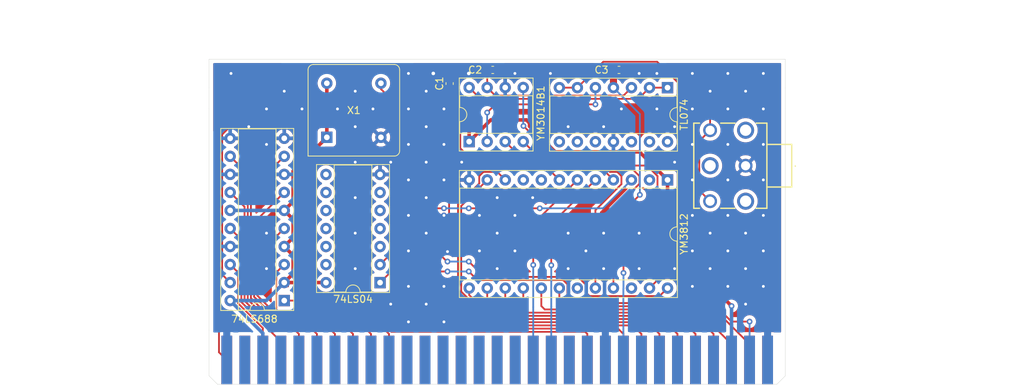
<source format=kicad_pcb>
(kicad_pcb (version 20171130) (host pcbnew "(5.1.5)-3")
  (layers (0 F.Cu signal) (31 B.Cu signal) (34 B.Paste user) (35 F.Paste user) (36 B.SilkS user) (37 F.SilkS user) (38 B.Mask user) (39 F.Mask user) (44 Edge.Cuts user))
  (net 0 "")
  (net 1 A0)
  (net 2 A1)
  (net 3 A2)
  (net 4 A3)
  (net 5 A4)
  (net 6 A5)
  (net 7 A6)
  (net 8 A7)
  (net 9 D0)
  (net 10 D1)
  (net 11 D2)
  (net 12 D3)
  (net 13 D4)
  (net 14 D5)
  (net 15 D6)
  (net 16 D7)
  (net 17 GND)
  (net 18 VCC)
  (net 19 ~IOR)
  (net 20 ~IOW)
  (net 21 OSC)
  (net 22 A8)
  (net 23 A9)
  (net 24 ~CS)
  (net 25 VP)
  (net 26 MP)
  (net 27 "Net-(J4-Pad52)")
  (net 28 "Net-(J4-Pad51)")
  (net 29 "Net-(J4-Pad50)")
  (net 30 "Net-(J4-Pad49)")
  (net 31 "Net-(J4-Pad48)")
  (net 32 "Net-(J4-Pad47)")
  (net 33 "Net-(J4-Pad46)")
  (net 34 "Net-(J4-Pad45)")
  (net 35 "Net-(J4-Pad44)")
  (net 36 "Net-(J4-Pad43)")
  (net 37 "Net-(J4-Pad41)")
  (net 38 "Net-(J4-Pad32)")
  (net 39 "Net-(J4-Pad28)")
  (net 40 "Net-(J4-Pad27)")
  (net 41 "Net-(J4-Pad26)")
  (net 42 "Net-(J4-Pad25)")
  (net 43 "Net-(J4-Pad24)")
  (net 44 "Net-(J4-Pad23)")
  (net 45 "Net-(J4-Pad22)")
  (net 46 "Net-(J4-Pad21)")
  (net 47 "Net-(J4-Pad20)")
  (net 48 "Net-(J4-Pad19)")
  (net 49 "Net-(J4-Pad18)")
  (net 50 "Net-(J4-Pad17)")
  (net 51 "Net-(J4-Pad16)")
  (net 52 "Net-(J4-Pad15)")
  (net 53 "Net-(J4-Pad12)")
  (net 54 "Net-(J4-Pad11)")
  (net 55 "Net-(J4-Pad8)")
  (net 56 "Net-(J4-Pad7)")
  (net 57 "Net-(J4-Pad6)")
  (net 58 "Net-(J4-Pad5)")
  (net 59 "Net-(J4-Pad4)")
  (net 60 AEN)
  (net 61 RESET)
  (net 62 CLK358)
  (net 63 DAC_CLK)
  (net 64 DAC_DATA)
  (net 65 DAC_SYNC)
  (net 66 ~RESET)
  (net 67 RB)
  (net 68 ToBUFF)
  (net 69 OUT)
  (net 70 "Net-(YM3812-Pad22)")
  (net 71 "Net-(YM3812-Pad9)")
  (net 72 "Net-(YM3812-Pad8)")
  (net 73 "Net-(YM3812-Pad19)")
  (net 74 "Net-(YM3812-Pad2)")
  (module Package_DIP:DIP-20_W7.62mm_Socket (layer F.Cu) (at 110 112 180)
    (fp_text reference 74LS688 (at 4.2 -2.6) (layer F.SilkS))
    (fp_text value 74LS688)
    (pad 20 thru_hole oval (at 7.62 0 180) (size 1.6 1.6) (drill 0.8) (layers *.Cu *.Mask) (net 18 VCC))
    (pad 10 thru_hole oval (at 0 22.86 180) (size 1.6 1.6) (drill 0.8) (layers *.Cu *.Mask) (net 17 GND))
    (pad 19 thru_hole oval (at 7.62 2.54 180) (size 1.6 1.6) (drill 0.8) (layers *.Cu *.Mask) (net 24 ~CS))
    (pad 9 thru_hole oval (at 0 20.32 180) (size 1.6 1.6) (drill 0.8) (layers *.Cu *.Mask) (net 7 A6))
    (pad 18 thru_hole oval (at 7.62 5.08 180) (size 1.6 1.6) (drill 0.8) (layers *.Cu *.Mask) (net 3 A2))
    (pad 8 thru_hole oval (at 0 17.78 180) (size 1.6 1.6) (drill 0.8) (layers *.Cu *.Mask) (net 17 GND))
    (pad 17 thru_hole oval (at 7.62 7.62 180) (size 1.6 1.6) (drill 0.8) (layers *.Cu *.Mask) (net 17 GND))
    (pad 7 thru_hole oval (at 0 15.24 180) (size 1.6 1.6) (drill 0.8) (layers *.Cu *.Mask) (net 8 A7))
    (pad 16 thru_hole oval (at 7.62 10.16 180) (size 1.6 1.6) (drill 0.8) (layers *.Cu *.Mask) (net 4 A3))
    (pad 6 thru_hole oval (at 0 12.7 180) (size 1.6 1.6) (drill 0.8) (layers *.Cu *.Mask) (net 18 VCC))
    (pad 15 thru_hole oval (at 7.62 12.7 180) (size 1.6 1.6) (drill 0.8) (layers *.Cu *.Mask) (net 18 VCC))
    (pad 5 thru_hole oval (at 0 10.16 180) (size 1.6 1.6) (drill 0.8) (layers *.Cu *.Mask) (net 22 A8))
    (pad 14 thru_hole oval (at 7.62 15.24 180) (size 1.6 1.6) (drill 0.8) (layers *.Cu *.Mask) (net 5 A4))
    (pad 4 thru_hole oval (at 0 7.62 180) (size 1.6 1.6) (drill 0.8) (layers *.Cu *.Mask) (net 18 VCC))
    (pad 13 thru_hole oval (at 7.62 17.78 180) (size 1.6 1.6) (drill 0.8) (layers *.Cu *.Mask) (net 17 GND))
    (pad 3 thru_hole oval (at 0 5.08 180) (size 1.6 1.6) (drill 0.8) (layers *.Cu *.Mask) (net 23 A9))
    (pad 12 thru_hole oval (at 7.62 20.32 180) (size 1.6 1.6) (drill 0.8) (layers *.Cu *.Mask) (net 6 A5))
    (pad 2 thru_hole oval (at 0 2.54 180) (size 1.6 1.6) (drill 0.8) (layers *.Cu *.Mask) (net 18 VCC))
    (pad 11 thru_hole oval (at 7.62 22.86 180) (size 1.6 1.6) (drill 0.8) (layers *.Cu *.Mask) (net 17 GND))
    (pad 1 thru_hole rect (at 0 0 180) (size 1.6 1.6) (drill 0.8) (layers *.Cu *.Mask) (net 60 AEN))
  )
  (module Capacitor_SMD:C_0603_1608Metric (layer F.Cu) (at 133.3 81.425 90)
    (fp_text reference C1 (at 0 -1.43 90) (layer F.SilkS))
    (fp_text value 10uF)
    (pad 2 smd roundrect (at 0.775 0 90) (size 0.9 0.95) (layers F.Cu F.Paste F.Mask) (net 17 GND))
    (pad 1 smd roundrect (at -0.775 0 90) (size 0.9 0.95) (layers F.Cu F.Paste F.Mask) (net 18 VCC))
  )
  (module Package_DIP:DIP-24_W15.24mm_Socket (layer F.Cu) (at 164 95 270)
    (fp_text reference YM3812 (at 7.62 -2.33 90) (layer F.SilkS))
    (fp_text value Conn_02x12_Counter_Clockwise)
    (pad 24 thru_hole oval (at 15.24 0 270) (size 1.6 1.6) (drill 0.8) (layers *.Cu *.Mask) (net 62 CLK358))
    (pad 12 thru_hole oval (at 0 27.94 270) (size 1.6 1.6) (drill 0.8) (layers *.Cu *.Mask) (net 17 GND))
    (pad 23 thru_hole oval (at 15.24 2.54 270) (size 1.6 1.6) (drill 0.8) (layers *.Cu *.Mask) (net 63 DAC_CLK))
    (pad 11 thru_hole oval (at 0 25.4 270) (size 1.6 1.6) (drill 0.8) (layers *.Cu *.Mask) (net 10 D1))
    (pad 22 thru_hole oval (at 15.24 5.08 270) (size 1.6 1.6) (drill 0.8) (layers *.Cu *.Mask) (net 70 "Net-(YM3812-Pad22)"))
    (pad 10 thru_hole oval (at 0 22.86 270) (size 1.6 1.6) (drill 0.8) (layers *.Cu *.Mask) (net 9 D0))
    (pad 21 thru_hole oval (at 15.24 7.62 270) (size 1.6 1.6) (drill 0.8) (layers *.Cu *.Mask) (net 64 DAC_DATA))
    (pad 9 thru_hole oval (at 0 20.32 270) (size 1.6 1.6) (drill 0.8) (layers *.Cu *.Mask) (net 71 "Net-(YM3812-Pad9)"))
    (pad 20 thru_hole oval (at 15.24 10.16 270) (size 1.6 1.6) (drill 0.8) (layers *.Cu *.Mask) (net 65 DAC_SYNC))
    (pad 8 thru_hole oval (at 0 17.78 270) (size 1.6 1.6) (drill 0.8) (layers *.Cu *.Mask) (net 72 "Net-(YM3812-Pad8)"))
    (pad 19 thru_hole oval (at 15.24 12.7 270) (size 1.6 1.6) (drill 0.8) (layers *.Cu *.Mask) (net 73 "Net-(YM3812-Pad19)"))
    (pad 7 thru_hole oval (at 0 15.24 270) (size 1.6 1.6) (drill 0.8) (layers *.Cu *.Mask) (net 24 ~CS))
    (pad 18 thru_hole oval (at 15.24 15.24 270) (size 1.6 1.6) (drill 0.8) (layers *.Cu *.Mask) (net 16 D7))
    (pad 6 thru_hole oval (at 0 12.7 270) (size 1.6 1.6) (drill 0.8) (layers *.Cu *.Mask) (net 19 ~IOR))
    (pad 17 thru_hole oval (at 15.24 17.78 270) (size 1.6 1.6) (drill 0.8) (layers *.Cu *.Mask) (net 15 D6))
    (pad 5 thru_hole oval (at 0 10.16 270) (size 1.6 1.6) (drill 0.8) (layers *.Cu *.Mask) (net 20 ~IOW))
    (pad 16 thru_hole oval (at 15.24 20.32 270) (size 1.6 1.6) (drill 0.8) (layers *.Cu *.Mask) (net 14 D5))
    (pad 4 thru_hole oval (at 0 7.62 270) (size 1.6 1.6) (drill 0.8) (layers *.Cu *.Mask) (net 1 A0))
    (pad 15 thru_hole oval (at 15.24 22.86 270) (size 1.6 1.6) (drill 0.8) (layers *.Cu *.Mask) (net 13 D4))
    (pad 3 thru_hole oval (at 0 5.08 270) (size 1.6 1.6) (drill 0.8) (layers *.Cu *.Mask) (net 66 ~RESET))
    (pad 14 thru_hole oval (at 15.24 25.4 270) (size 1.6 1.6) (drill 0.8) (layers *.Cu *.Mask) (net 12 D3))
    (pad 2 thru_hole oval (at 0 2.54 270) (size 1.6 1.6) (drill 0.8) (layers *.Cu *.Mask) (net 74 "Net-(YM3812-Pad2)"))
    (pad 13 thru_hole oval (at 15.24 27.94 270) (size 1.6 1.6) (drill 0.8) (layers *.Cu *.Mask) (net 11 D2))
    (pad 1 thru_hole rect (at 0 0 270) (size 1.6 1.6) (drill 0.8) (layers *.Cu *.Mask) (net 18 VCC))
  )
  (module Capacitor_SMD:C_0603_1608Metric (layer F.Cu) (at 139.375 79.5)
    (fp_text reference C2 (at -2.475 0) (layer F.SilkS))
    (fp_text value 10uF)
    (pad 2 smd roundrect (at 0.775 0) (size 0.9 0.95) (layers F.Cu F.Paste F.Mask) (net 17 GND))
    (pad 1 smd roundrect (at -0.775 0) (size 0.9 0.95) (layers F.Cu F.Paste F.Mask) (net 67 RB))
  )
  (module Package_DIP:DIP-14_W7.62mm_Socket (layer F.Cu) (at 123.5 109.47 180)
    (fp_text reference 74LS04 (at 3.81 -2.33) (layer F.SilkS))
    (fp_text value 74LS04)
    (pad 14 thru_hole oval (at 7.62 0 180) (size 1.6 1.6) (drill 0.8) (layers *.Cu *.Mask) (net 18 VCC))
    (pad 7 thru_hole oval (at 0 15.24 180) (size 1.6 1.6) (drill 0.8) (layers *.Cu *.Mask) (net 17 GND))
    (pad 13 thru_hole oval (at 7.62 2.54 180) (size 1.6 1.6) (drill 0.8) (layers *.Cu *.Mask))
    (pad 6 thru_hole oval (at 0 12.7 180) (size 1.6 1.6) (drill 0.8) (layers *.Cu *.Mask))
    (pad 12 thru_hole oval (at 7.62 5.08 180) (size 1.6 1.6) (drill 0.8) (layers *.Cu *.Mask))
    (pad 5 thru_hole oval (at 0 10.16 180) (size 1.6 1.6) (drill 0.8) (layers *.Cu *.Mask))
    (pad 11 thru_hole oval (at 7.62 7.62 180) (size 1.6 1.6) (drill 0.8) (layers *.Cu *.Mask))
    (pad 4 thru_hole oval (at 0 7.62 180) (size 1.6 1.6) (drill 0.8) (layers *.Cu *.Mask))
    (pad 10 thru_hole oval (at 7.62 10.16 180) (size 1.6 1.6) (drill 0.8) (layers *.Cu *.Mask))
    (pad 3 thru_hole oval (at 0 5.08 180) (size 1.6 1.6) (drill 0.8) (layers *.Cu *.Mask))
    (pad 9 thru_hole oval (at 7.62 12.7 180) (size 1.6 1.6) (drill 0.8) (layers *.Cu *.Mask))
    (pad 2 thru_hole oval (at 0 2.54 180) (size 1.6 1.6) (drill 0.8) (layers *.Cu *.Mask) (net 66 ~RESET))
    (pad 8 thru_hole oval (at 7.62 15.24 180) (size 1.6 1.6) (drill 0.8) (layers *.Cu *.Mask))
    (pad 1 thru_hole rect (at 0 0 180) (size 1.6 1.6) (drill 0.8) (layers *.Cu *.Mask) (net 61 RESET))
  )
  (module Capacitor_SMD:C_0603_1608Metric (layer F.Cu) (at 157.16 79.5)
    (fp_text reference C3 (at -2.46 0) (layer F.SilkS))
    (fp_text value 10uF)
    (pad 2 smd roundrect (at 0.775 0) (size 0.9 0.95) (layers F.Cu F.Paste F.Mask) (net 17 GND))
    (pad 1 smd roundrect (at -0.775 0) (size 0.9 0.95) (layers F.Cu F.Paste F.Mask) (net 25 VP))
  )
  (module Package_DIP:DIP-14_W7.62mm_Socket (layer F.Cu) (at 164 82 270)
    (fp_text reference TL074 (at 3.81 -2.33 90) (layer F.SilkS))
    (fp_text value TL074)
    (pad 14 thru_hole oval (at 7.62 0 270) (size 1.6 1.6) (drill 0.8) (layers *.Cu *.Mask))
    (pad 7 thru_hole oval (at 0 15.24 270) (size 1.6 1.6) (drill 0.8) (layers *.Cu *.Mask) (net 69 OUT))
    (pad 13 thru_hole oval (at 7.62 2.54 270) (size 1.6 1.6) (drill 0.8) (layers *.Cu *.Mask))
    (pad 6 thru_hole oval (at 0 12.7 270) (size 1.6 1.6) (drill 0.8) (layers *.Cu *.Mask) (net 69 OUT))
    (pad 12 thru_hole oval (at 7.62 5.08 270) (size 1.6 1.6) (drill 0.8) (layers *.Cu *.Mask))
    (pad 5 thru_hole oval (at 0 10.16 270) (size 1.6 1.6) (drill 0.8) (layers *.Cu *.Mask) (net 68 ToBUFF))
    (pad 11 thru_hole oval (at 7.62 7.62 270) (size 1.6 1.6) (drill 0.8) (layers *.Cu *.Mask) (net 17 GND))
    (pad 4 thru_hole oval (at 0 7.62 270) (size 1.6 1.6) (drill 0.8) (layers *.Cu *.Mask) (net 25 VP))
    (pad 10 thru_hole oval (at 7.62 10.16 270) (size 1.6 1.6) (drill 0.8) (layers *.Cu *.Mask))
    (pad 3 thru_hole oval (at 0 5.08 270) (size 1.6 1.6) (drill 0.8) (layers *.Cu *.Mask) (net 67 RB))
    (pad 9 thru_hole oval (at 7.62 12.7 270) (size 1.6 1.6) (drill 0.8) (layers *.Cu *.Mask))
    (pad 2 thru_hole oval (at 0 2.54 270) (size 1.6 1.6) (drill 0.8) (layers *.Cu *.Mask) (net 26 MP))
    (pad 8 thru_hole oval (at 7.62 15.24 270) (size 1.6 1.6) (drill 0.8) (layers *.Cu *.Mask))
    (pad 1 thru_hole rect (at 0 0 270) (size 1.6 1.6) (drill 0.8) (layers *.Cu *.Mask) (net 26 MP))
  )
  (module Oscillator:Oscillator_DIP-8 (layer F.Cu) (at 116 89)
    (fp_text reference X1 (at 3.81 -3.8) (layer F.SilkS))
    (fp_text value CXO_DIP8)
    (pad 4 thru_hole circle (at 7.62 0) (size 1.6 1.6) (drill 0.8) (layers *.Cu *.Mask) (net 17 GND))
    (pad 5 thru_hole circle (at 7.62 -7.62) (size 1.6 1.6) (drill 0.8) (layers *.Cu *.Mask) (net 62 CLK358))
    (pad 8 thru_hole circle (at 0 -7.62) (size 1.6 1.6) (drill 0.8) (layers *.Cu *.Mask) (net 18 VCC))
    (pad 1 thru_hole rect (at 0 0) (size 1.6 1.6) (drill 0.8) (layers *.Cu *.Mask) (net 18 VCC))
  )
  (module Package_DIP:DIP-8_W7.62mm_Socket (layer F.Cu) (at 136.05 89.6 90)
    (fp_text reference YM3014B1 (at 4 10.1 270) (layer F.SilkS))
    (fp_text value Conn_02x04_Counter_Clockwise)
    (pad 1 thru_hole rect (at 0 0 90) (size 1.6 1.6) (drill 0.8) (layers *.Cu *.Mask) (net 18 VCC))
    (pad 5 thru_hole oval (at 7.62 7.62 90) (size 1.6 1.6) (drill 0.8) (layers *.Cu *.Mask) (net 63 DAC_CLK))
    (pad 2 thru_hole oval (at 0 2.54 90) (size 1.6 1.6) (drill 0.8) (layers *.Cu *.Mask) (net 68 ToBUFF))
    (pad 6 thru_hole oval (at 7.62 5.08 90) (size 1.6 1.6) (drill 0.8) (layers *.Cu *.Mask) (net 17 GND))
    (pad 3 thru_hole oval (at 0 5.08 90) (size 1.6 1.6) (drill 0.8) (layers *.Cu *.Mask) (net 65 DAC_SYNC))
    (pad 7 thru_hole oval (at 7.62 2.54 90) (size 1.6 1.6) (drill 0.8) (layers *.Cu *.Mask) (net 67 RB))
    (pad 4 thru_hole oval (at 0 7.62 90) (size 1.6 1.6) (drill 0.8) (layers *.Cu *.Mask) (net 64 DAC_DATA))
    (pad 8 thru_hole oval (at 7.62 0 90) (size 1.6 1.6) (drill 0.8) (layers *.Cu *.Mask) (net 26 MP))
  )
  (module SamacSys_Parts:STX31003N (layer F.Cu) (at 175 93 180)
    (fp_text reference J3 hide)
    (fp_text value Conn_02x03_Counter_Clockwise hide)
    (pad MH3 thru_hole circle (at 5 0 180) (size 2.4 2.4) (drill 1.6) (layers *.Cu *.Mask))
    (pad MH2 thru_hole circle (at 0 5 180) (size 2.4 2.4) (drill 1.6) (layers *.Cu *.Mask))
    (pad MH1 thru_hole circle (at 0 -5 180) (size 2.4 2.4) (drill 1.6) (layers *.Cu *.Mask))
    (pad 5 thru_hole circle (at 5 -5 180) (size 1.95 1.95) (drill 1.3) (layers *.Cu *.Mask) (net 69 OUT))
    (pad 2 thru_hole circle (at 5 5 180) (size 1.95 1.95) (drill 1.3) (layers *.Cu *.Mask) (net 69 OUT))
    (pad 1 thru_hole circle (at 0 0 180) (size 1.95 1.95) (drill 1.3) (layers *.Cu *.Mask) (net 17 GND))
  )
  (module adlib:BUS_PC (layer F.Cu) (at 140 120)
    (fp_text reference J4 hide)
    (fp_text value Bus_ISA_8bit)
    (pad 62 connect rect (at -38.1 0.381) (size 1.524 6.858) (layers F.Cu F.Mask) (net 1 A0))
    (pad 61 connect rect (at -35.56 0.381) (size 1.524 6.858) (layers F.Cu F.Mask) (net 2 A1))
    (pad 60 connect rect (at -33.02 0.381) (size 1.524 6.858) (layers F.Cu F.Mask) (net 3 A2))
    (pad 59 connect rect (at -30.48 0.381) (size 1.524 6.858) (layers F.Cu F.Mask) (net 4 A3))
    (pad 58 connect rect (at -27.94 0.381) (size 1.524 6.858) (layers F.Cu F.Mask) (net 5 A4))
    (pad 57 connect rect (at -25.4 0.381) (size 1.524 6.858) (layers F.Cu F.Mask) (net 6 A5))
    (pad 56 connect rect (at -22.86 0.381) (size 1.524 6.858) (layers F.Cu F.Mask) (net 7 A6))
    (pad 55 connect rect (at -20.32 0.381) (size 1.524 6.858) (layers F.Cu F.Mask) (net 8 A7))
    (pad 54 connect rect (at -17.78 0.381) (size 1.524 6.858) (layers F.Cu F.Mask) (net 22 A8))
    (pad 53 connect rect (at -15.24 0.381) (size 1.524 6.858) (layers F.Cu F.Mask) (net 23 A9))
    (pad 52 connect rect (at -12.7 0.381) (size 1.524 6.858) (layers F.Cu F.Mask) (net 27 "Net-(J4-Pad52)"))
    (pad 51 connect rect (at -10.16 0.381) (size 1.524 6.858) (layers F.Cu F.Mask) (net 28 "Net-(J4-Pad51)"))
    (pad 50 connect rect (at -7.62 0.381) (size 1.524 6.858) (layers F.Cu F.Mask) (net 29 "Net-(J4-Pad50)"))
    (pad 49 connect rect (at -5.08 0.381) (size 1.524 6.858) (layers F.Cu F.Mask) (net 30 "Net-(J4-Pad49)"))
    (pad 48 connect rect (at -2.54 0.381) (size 1.524 6.858) (layers F.Cu F.Mask) (net 31 "Net-(J4-Pad48)"))
    (pad 47 connect rect (at 0 0.381) (size 1.524 6.858) (layers F.Cu F.Mask) (net 32 "Net-(J4-Pad47)"))
    (pad 46 connect rect (at 2.54 0.381) (size 1.524 6.858) (layers F.Cu F.Mask) (net 33 "Net-(J4-Pad46)"))
    (pad 45 connect rect (at 5.08 0.381) (size 1.524 6.858) (layers F.Cu F.Mask) (net 34 "Net-(J4-Pad45)"))
    (pad 44 connect rect (at 7.62 0.381) (size 1.524 6.858) (layers F.Cu F.Mask) (net 35 "Net-(J4-Pad44)"))
    (pad 43 connect rect (at 10.16 0.381) (size 1.524 6.858) (layers F.Cu F.Mask) (net 36 "Net-(J4-Pad43)"))
    (pad 42 connect rect (at 12.7 0.381) (size 1.524 6.858) (layers F.Cu F.Mask) (net 60 AEN))
    (pad 41 connect rect (at 15.24 0.381) (size 1.524 6.858) (layers F.Cu F.Mask) (net 37 "Net-(J4-Pad41)"))
    (pad 40 connect rect (at 17.78 0.381) (size 1.524 6.858) (layers F.Cu F.Mask) (net 9 D0))
    (pad 39 connect rect (at 20.32 0.381) (size 1.524 6.858) (layers F.Cu F.Mask) (net 10 D1))
    (pad 38 connect rect (at 22.86 0.381) (size 1.524 6.858) (layers F.Cu F.Mask) (net 11 D2))
    (pad 37 connect rect (at 25.4 0.381) (size 1.524 6.858) (layers F.Cu F.Mask) (net 12 D3))
    (pad 36 connect rect (at 27.94 0.381) (size 1.524 6.858) (layers F.Cu F.Mask) (net 13 D4))
    (pad 35 connect rect (at 30.48 0.381) (size 1.524 6.858) (layers F.Cu F.Mask) (net 14 D5))
    (pad 34 connect rect (at 33.02 0.381) (size 1.524 6.858) (layers F.Cu F.Mask) (net 15 D6))
    (pad 33 connect rect (at 35.56 0.381) (size 1.524 6.858) (layers F.Cu F.Mask) (net 16 D7))
    (pad 32 connect rect (at 38.1 0.381) (size 1.524 6.858) (layers F.Cu F.Mask) (net 38 "Net-(J4-Pad32)"))
    (pad 31 connect rect (at -38.1 0.381) (size 1.524 6.858) (layers B.Cu B.Mask) (net 17 GND))
    (pad 30 connect rect (at -35.56 0.381) (size 1.524 6.858) (layers B.Cu B.Mask) (net 21 OSC))
    (pad 29 connect rect (at -33.02 0.381) (size 1.524 6.858) (layers B.Cu B.Mask) (net 18 VCC))
    (pad 28 connect rect (at -30.48 0.381) (size 1.524 6.858) (layers B.Cu B.Mask) (net 39 "Net-(J4-Pad28)"))
    (pad 27 connect rect (at -27.94 0.381) (size 1.524 6.858) (layers B.Cu B.Mask) (net 40 "Net-(J4-Pad27)"))
    (pad 26 connect rect (at -25.4 0.381) (size 1.524 6.858) (layers B.Cu B.Mask) (net 41 "Net-(J4-Pad26)"))
    (pad 25 connect rect (at -22.86 0.381) (size 1.524 6.858) (layers B.Cu B.Mask) (net 42 "Net-(J4-Pad25)"))
    (pad 24 connect rect (at -20.32 0.381) (size 1.524 6.858) (layers B.Cu B.Mask) (net 43 "Net-(J4-Pad24)"))
    (pad 23 connect rect (at -17.78 0.381) (size 1.524 6.858) (layers B.Cu B.Mask) (net 44 "Net-(J4-Pad23)"))
    (pad 22 connect rect (at -15.24 0.381) (size 1.524 6.858) (layers B.Cu B.Mask) (net 45 "Net-(J4-Pad22)"))
    (pad 21 connect rect (at -12.7 0.381) (size 1.524 6.858) (layers B.Cu B.Mask) (net 46 "Net-(J4-Pad21)"))
    (pad 20 connect rect (at -10.16 0.381) (size 1.524 6.858) (layers B.Cu B.Mask) (net 47 "Net-(J4-Pad20)"))
    (pad 19 connect rect (at -7.62 0.381) (size 1.524 6.858) (layers B.Cu B.Mask) (net 48 "Net-(J4-Pad19)"))
    (pad 18 connect rect (at -5.08 0.381) (size 1.524 6.858) (layers B.Cu B.Mask) (net 49 "Net-(J4-Pad18)"))
    (pad 17 connect rect (at -2.54 0.381) (size 1.524 6.858) (layers B.Cu B.Mask) (net 50 "Net-(J4-Pad17)"))
    (pad 16 connect rect (at 0 0.381) (size 1.524 6.858) (layers B.Cu B.Mask) (net 51 "Net-(J4-Pad16)"))
    (pad 15 connect rect (at 2.54 0.381) (size 1.524 6.858) (layers B.Cu B.Mask) (net 52 "Net-(J4-Pad15)"))
    (pad 14 connect rect (at 5.08 0.381) (size 1.524 6.858) (layers B.Cu B.Mask) (net 19 ~IOR))
    (pad 13 connect rect (at 7.62 0.381) (size 1.524 6.858) (layers B.Cu B.Mask) (net 20 ~IOW))
    (pad 12 connect rect (at 10.16 0.381) (size 1.524 6.858) (layers B.Cu B.Mask) (net 53 "Net-(J4-Pad12)"))
    (pad 11 connect rect (at 12.7 0.381) (size 1.524 6.858) (layers B.Cu B.Mask) (net 54 "Net-(J4-Pad11)"))
    (pad 10 connect rect (at 15.24 0.381) (size 1.524 6.858) (layers B.Cu B.Mask) (net 17 GND))
    (pad 9 connect rect (at 17.78 0.381) (size 1.524 6.858) (layers B.Cu B.Mask) (net 25 VP))
    (pad 8 connect rect (at 20.32 0.381) (size 1.524 6.858) (layers B.Cu B.Mask) (net 55 "Net-(J4-Pad8)"))
    (pad 7 connect rect (at 22.86 0.381) (size 1.524 6.858) (layers B.Cu B.Mask) (net 56 "Net-(J4-Pad7)"))
    (pad 6 connect rect (at 25.4 0.381) (size 1.524 6.858) (layers B.Cu B.Mask) (net 57 "Net-(J4-Pad6)"))
    (pad 5 connect rect (at 27.94 0.381) (size 1.524 6.858) (layers B.Cu B.Mask) (net 58 "Net-(J4-Pad5)"))
    (pad 4 connect rect (at 30.48 0.381) (size 1.524 6.858) (layers B.Cu B.Mask) (net 59 "Net-(J4-Pad4)"))
    (pad 3 connect rect (at 33.02 0.381) (size 1.524 6.858) (layers B.Cu B.Mask) (net 18 VCC))
    (pad 2 connect rect (at 35.56 0.381) (size 1.524 6.858) (layers B.Cu B.Mask) (net 61 RESET))
    (pad 1 connect rect (at 38.1 0.381) (size 1.524 6.858) (layers B.Cu B.Mask) (net 17 GND))
  )
  (gr_line (start 180.6 78) (end 180.6 82) (layer Edge.Cuts) (width 0.05))
  (gr_line (start 99.4 78) (end 180.6 78) (layer Edge.Cuts) (width 0.05))
  (gr_line (start 99.4 82) (end 99.4 78) (layer Edge.Cuts) (width 0.05))
  (gr_line (start 180.6 82) (end 180.6 85) (layer Edge.Cuts) (width 0.05))
  (gr_line (start 99.4 85) (end 99.4 82) (layer Edge.Cuts) (width 0.05))
  (gr_line (start 99.4 85) (end 99.4 116.2) (layer Edge.Cuts) (width 0.05))
  (gr_line (start 99.4 122.6) (end 100.6 123.8) (layer Edge.Cuts) (width 0.05))
  (gr_line (start 99.4 116.2) (end 99.4 122.6) (layer Edge.Cuts) (width 0.05))
  (gr_line (start 180.6 114.9) (end 180.6 85) (layer Edge.Cuts) (width 0.05))
  (gr_line (start 179.4 123.8) (end 100.6 123.8) (layer Edge.Cuts) (width 0.05))
  (gr_line (start 180.6 122.6) (end 180.6 114.9) (layer Edge.Cuts) (width 0.05))
  (gr_line (start 179.4 123.8) (end 180.6 122.6) (layer Edge.Cuts) (width 0.05))
  (segment (start 109.943589 79.274999) (end 100.804989 88.413599) (width 0.25) (layer F.Cu) (net 1))
  (segment (start 100.80499 119.28599) (end 101.9 120.381) (width 0.25) (layer F.Cu) (net 1))
  (segment (start 127.848001 79.274999) (end 109.943589 79.274999) (width 0.25) (layer F.Cu) (net 1))
  (segment (start 134.8 86.226998) (end 127.848001 79.274999) (width 0.25) (layer F.Cu) (net 1))
  (segment (start 134.8 90.535002) (end 134.8 86.226998) (width 0.25) (layer F.Cu) (net 1))
  (segment (start 147.37142 92.97501) (end 147.371389 92.974979) (width 0.25) (layer F.Cu) (net 1))
  (segment (start 100.804989 88.413599) (end 100.80499 119.28599) (width 0.25) (layer F.Cu) (net 1))
  (segment (start 147.371389 92.974979) (end 137.239977 92.974979) (width 0.25) (layer F.Cu) (net 1))
  (segment (start 154.35501 92.97501) (end 147.37142 92.97501) (width 0.25) (layer F.Cu) (net 1))
  (segment (start 137.239977 92.974979) (end 134.8 90.535002) (width 0.25) (layer F.Cu) (net 1))
  (segment (start 156.38 95) (end 154.35501 92.97501) (width 0.25) (layer F.Cu) (net 1))
  (segment (start 106.98 120.381) (end 106.98 115.874999) (width 0.25) (layer F.Cu) (net 3))
  (segment (start 103.505001 108.045001) (end 102.38 106.92) (width 0.25) (layer F.Cu) (net 3))
  (segment (start 103.505001 112.4) (end 103.505001 108.045001) (width 0.25) (layer F.Cu) (net 3))
  (segment (start 106.98 115.874999) (end 103.505001 112.4) (width 0.25) (layer F.Cu) (net 3))
  (segment (start 103.955011 103.415011) (end 102.38 101.84) (width 0.25) (layer F.Cu) (net 4))
  (segment (start 103.955011 112.2136) (end 103.955011 103.415011) (width 0.25) (layer F.Cu) (net 4))
  (segment (start 109.52 117.778589) (end 103.955011 112.2136) (width 0.25) (layer F.Cu) (net 4))
  (segment (start 109.52 120.381) (end 109.52 117.778589) (width 0.25) (layer F.Cu) (net 4))
  (segment (start 108.377821 116) (end 104.405021 112.0272) (width 0.25) (layer F.Cu) (net 5))
  (segment (start 104.405021 112.0272) (end 104.405021 98.785021) (width 0.25) (layer F.Cu) (net 5))
  (segment (start 111.358 116) (end 108.377821 116) (width 0.25) (layer F.Cu) (net 5))
  (segment (start 112.06 116.702) (end 111.358 116) (width 0.25) (layer F.Cu) (net 5))
  (segment (start 104.405021 98.785021) (end 102.38 96.76) (width 0.25) (layer F.Cu) (net 5))
  (segment (start 112.06 120.381) (end 112.06 116.702) (width 0.25) (layer F.Cu) (net 5))
  (segment (start 104.855031 94.155031) (end 102.38 91.68) (width 0.25) (layer F.Cu) (net 6))
  (segment (start 104.855031 111.8408) (end 104.855031 94.155031) (width 0.25) (layer F.Cu) (net 6))
  (segment (start 108.564221 115.54999) (end 104.855031 111.8408) (width 0.25) (layer F.Cu) (net 6))
  (segment (start 113.44799 115.54999) (end 108.564221 115.54999) (width 0.25) (layer F.Cu) (net 6))
  (segment (start 114.6 116.702) (end 113.44799 115.54999) (width 0.25) (layer F.Cu) (net 6))
  (segment (start 114.6 120.381) (end 114.6 116.702) (width 0.25) (layer F.Cu) (net 6))
  (segment (start 105.305041 96.374959) (end 110 91.68) (width 0.25) (layer F.Cu) (net 7))
  (segment (start 105.305041 111.6544) (end 105.305041 96.374959) (width 0.25) (layer F.Cu) (net 7))
  (segment (start 108.750621 115.09998) (end 105.305041 111.6544) (width 0.25) (layer F.Cu) (net 7))
  (segment (start 115.53798 115.09998) (end 108.750621 115.09998) (width 0.25) (layer F.Cu) (net 7))
  (segment (start 117.14 116.702) (end 115.53798 115.09998) (width 0.25) (layer F.Cu) (net 7))
  (segment (start 117.14 120.381) (end 117.14 116.702) (width 0.25) (layer F.Cu) (net 7))
  (segment (start 105.755051 101.004949) (end 110 96.76) (width 0.25) (layer F.Cu) (net 8))
  (segment (start 108.937021 114.64997) (end 105.755051 111.468) (width 0.25) (layer F.Cu) (net 8))
  (segment (start 117.62797 114.64997) (end 108.937021 114.64997) (width 0.25) (layer F.Cu) (net 8))
  (segment (start 105.755051 111.468) (end 105.755051 101.004949) (width 0.25) (layer F.Cu) (net 8))
  (segment (start 119.68 116.702) (end 117.62797 114.64997) (width 0.25) (layer F.Cu) (net 8))
  (segment (start 119.68 120.381) (end 119.68 116.702) (width 0.25) (layer F.Cu) (net 8))
  (segment (start 157.78 118.144998) (end 157.78 120.381) (width 0.25) (layer F.Cu) (net 9))
  (segment (start 157.02801 115.95001) (end 157.78 116.702) (width 0.25) (layer F.Cu) (net 9))
  (segment (start 134.48499 110.9214) (end 139.5136 115.95001) (width 0.25) (layer F.Cu) (net 9))
  (segment (start 157.78 116.702) (end 157.78 120.381) (width 0.25) (layer F.Cu) (net 9))
  (segment (start 137.474999 95.488591) (end 134.484989 98.478601) (width 0.25) (layer F.Cu) (net 9))
  (segment (start 134.484989 98.478601) (end 134.48499 110.9214) (width 0.25) (layer F.Cu) (net 9))
  (segment (start 137.474999 94.459999) (end 137.474999 95.488591) (width 0.25) (layer F.Cu) (net 9))
  (segment (start 138.059999 93.874999) (end 137.474999 94.459999) (width 0.25) (layer F.Cu) (net 9))
  (segment (start 140.014999 93.874999) (end 138.059999 93.874999) (width 0.25) (layer F.Cu) (net 9))
  (segment (start 139.5136 115.95001) (end 157.02801 115.95001) (width 0.25) (layer F.Cu) (net 9))
  (segment (start 141.14 95) (end 140.014999 93.874999) (width 0.25) (layer F.Cu) (net 9))
  (segment (start 160.32 118.144998) (end 160.32 120.381) (width 0.25) (layer F.Cu) (net 10))
  (segment (start 160.32 116.702) (end 160.32 120.381) (width 0.25) (layer F.Cu) (net 10))
  (segment (start 159.118 115.5) (end 160.32 116.702) (width 0.25) (layer F.Cu) (net 10))
  (segment (start 139.7 115.5) (end 159.118 115.5) (width 0.25) (layer F.Cu) (net 10))
  (segment (start 134.934999 110.734999) (end 139.7 115.5) (width 0.25) (layer F.Cu) (net 10))
  (segment (start 134.934999 98.665001) (end 134.934999 110.734999) (width 0.25) (layer F.Cu) (net 10))
  (segment (start 138.6 95) (end 134.934999 98.665001) (width 0.25) (layer F.Cu) (net 10))
  (segment (start 162.86 118.144998) (end 162.86 120.381) (width 0.25) (layer F.Cu) (net 11))
  (segment (start 162.86 116.702) (end 162.86 120.381) (width 0.25) (layer F.Cu) (net 11))
  (segment (start 139.8864 115.04999) (end 161.20799 115.04999) (width 0.25) (layer F.Cu) (net 11))
  (segment (start 161.20799 115.04999) (end 162.86 116.702) (width 0.25) (layer F.Cu) (net 11))
  (segment (start 136.06 111.22359) (end 139.8864 115.04999) (width 0.25) (layer F.Cu) (net 11))
  (segment (start 136.06 110.24) (end 136.06 111.22359) (width 0.25) (layer F.Cu) (net 11))
  (segment (start 165.4 118.144998) (end 165.4 120.381) (width 0.25) (layer F.Cu) (net 12))
  (segment (start 165.4 116.702) (end 165.4 120.381) (width 0.25) (layer F.Cu) (net 12))
  (segment (start 163.29798 114.59998) (end 165.4 116.702) (width 0.25) (layer F.Cu) (net 12))
  (segment (start 140.0728 114.59998) (end 163.29798 114.59998) (width 0.25) (layer F.Cu) (net 12))
  (segment (start 138.6 113.12718) (end 140.0728 114.59998) (width 0.25) (layer F.Cu) (net 12))
  (segment (start 138.6 110.24) (end 138.6 113.12718) (width 0.25) (layer F.Cu) (net 12))
  (segment (start 167.94 116.702) (end 167.94 120.381) (width 0.25) (layer F.Cu) (net 13))
  (segment (start 141.9 114.14997) (end 165.38797 114.14997) (width 0.25) (layer F.Cu) (net 13))
  (segment (start 141.14 113.38997) (end 141.9 114.14997) (width 0.25) (layer F.Cu) (net 13))
  (segment (start 165.38797 114.14997) (end 167.94 116.702) (width 0.25) (layer F.Cu) (net 13))
  (segment (start 141.14 110.24) (end 141.14 113.38997) (width 0.25) (layer F.Cu) (net 13))
  (segment (start 167.47796 113.69996) (end 170.48 116.702) (width 0.25) (layer F.Cu) (net 14))
  (segment (start 170.48 116.702) (end 170.48 120.381) (width 0.25) (layer F.Cu) (net 14))
  (segment (start 143.68 113.07996) (end 144.3 113.69996) (width 0.25) (layer F.Cu) (net 14))
  (segment (start 144.3 113.69996) (end 167.47796 113.69996) (width 0.25) (layer F.Cu) (net 14))
  (segment (start 143.68 110.24) (end 143.68 113.07996) (width 0.25) (layer F.Cu) (net 14))
  (segment (start 173.02 118.144998) (end 173.02 120.381) (width 0.25) (layer F.Cu) (net 15))
  (segment (start 168.124952 113.24995) (end 173.02 118.144998) (width 0.25) (layer F.Cu) (net 15))
  (segment (start 146.7 113.24995) (end 168.124952 113.24995) (width 0.25) (layer F.Cu) (net 15))
  (segment (start 146.22 112.76995) (end 146.7 113.24995) (width 0.25) (layer F.Cu) (net 15))
  (segment (start 146.22 110.24) (end 146.22 112.76995) (width 0.25) (layer F.Cu) (net 15))
  (segment (start 175.56 118.144998) (end 175.56 120.381) (width 0.25) (layer F.Cu) (net 16))
  (segment (start 170.214942 112.79994) (end 175.56 118.144998) (width 0.25) (layer F.Cu) (net 16))
  (segment (start 149.2 112.79994) (end 170.214942 112.79994) (width 0.25) (layer F.Cu) (net 16))
  (segment (start 148.76 112.35994) (end 149.2 112.79994) (width 0.25) (layer F.Cu) (net 16))
  (segment (start 148.76 110.24) (end 148.76 112.35994) (width 0.25) (layer F.Cu) (net 16))
  (segment (start 150.049999 112) (end 150.049999 107) (width 0.5) (layer B.Cu) (net 17))
  (segment (start 152.550001 112) (end 152.550001 108.250001) (width 0.5) (layer B.Cu) (net 17))
  (segment (start 155.129999 112.529999) (end 155.129999 108.670001) (width 0.5) (layer B.Cu) (net 17))
  (segment (start 101.9 120.381) (end 101.254999 119.735999) (width 0.25) (layer B.Cu) (net 17))
  (segment (start 101.9 120.381) (end 101.9 115.1) (width 1) (layer B.Cu) (net 17))
  (segment (start 155.24 120.381) (end 155.24 114.24) (width 1) (layer B.Cu) (net 17))
  (segment (start 178.1 120.381) (end 178.1 115.1) (width 1) (layer B.Cu) (net 17))
  (via (at 177.5 80) (size 0.8) (drill 0.4) (layers F.Cu B.Cu) (net 17))
  (via (at 172.5 80) (size 0.8) (drill 0.4) (layers F.Cu B.Cu) (net 17))
  (via (at 167.5 80) (size 0.8) (drill 0.4) (layers F.Cu B.Cu) (net 17))
  (via (at 172.5 85) (size 0.8) (drill 0.4) (layers F.Cu B.Cu) (net 17))
  (via (at 177.5 85) (size 0.8) (drill 0.4) (layers F.Cu B.Cu) (net 17))
  (via (at 170 82.5) (size 0.8) (drill 0.4) (layers F.Cu B.Cu) (net 17))
  (via (at 175 82.5) (size 0.8) (drill 0.4) (layers F.Cu B.Cu) (net 17))
  (via (at 177.5 90) (size 0.8) (drill 0.4) (layers F.Cu B.Cu) (net 17))
  (via (at 177.5 95) (size 0.8) (drill 0.4) (layers F.Cu B.Cu) (net 17))
  (via (at 177.5 100) (size 0.8) (drill 0.4) (layers F.Cu B.Cu) (net 17))
  (via (at 172.5 90) (size 0.8) (drill 0.4) (layers F.Cu B.Cu) (net 17))
  (via (at 172.5 95) (size 0.8) (drill 0.4) (layers F.Cu B.Cu) (net 17))
  (via (at 172.5 100) (size 0.8) (drill 0.4) (layers F.Cu B.Cu) (net 17))
  (via (at 172.5 105) (size 0.8) (drill 0.4) (layers F.Cu B.Cu) (net 17))
  (via (at 177.5 105) (size 0.8) (drill 0.4) (layers F.Cu B.Cu) (net 17))
  (via (at 177.5 110) (size 0.8) (drill 0.4) (layers F.Cu B.Cu) (net 17))
  (via (at 172.5 110) (size 0.8) (drill 0.4) (layers F.Cu B.Cu) (net 17))
  (via (at 175 107.5) (size 0.8) (drill 0.4) (layers F.Cu B.Cu) (net 17))
  (via (at 175 102.5) (size 0.8) (drill 0.4) (layers F.Cu B.Cu) (net 17))
  (via (at 170 102.5) (size 0.8) (drill 0.4) (layers F.Cu B.Cu) (net 17))
  (via (at 170 107.5) (size 0.8) (drill 0.4) (layers F.Cu B.Cu) (net 17))
  (via (at 167.5 105) (size 0.8) (drill 0.4) (layers F.Cu B.Cu) (net 17))
  (via (at 167.5 100) (size 0.8) (drill 0.4) (layers F.Cu B.Cu) (net 17))
  (via (at 167.5 110) (size 0.8) (drill 0.4) (layers F.Cu B.Cu) (net 17))
  (via (at 127.5 85) (size 0.8) (drill 0.4) (layers F.Cu B.Cu) (net 17))
  (via (at 120 92.5) (size 0.8) (drill 0.4) (layers F.Cu B.Cu) (net 17))
  (via (at 120 87.5) (size 0.8) (drill 0.4) (layers F.Cu B.Cu) (net 17))
  (via (at 120 82.5) (size 0.8) (drill 0.4) (layers F.Cu B.Cu) (net 17))
  (via (at 120 97.5) (size 0.8) (drill 0.4) (layers F.Cu B.Cu) (net 17))
  (via (at 120 102.5) (size 0.8) (drill 0.4) (layers F.Cu B.Cu) (net 17))
  (via (at 120 107.5) (size 0.8) (drill 0.4) (layers F.Cu B.Cu) (net 17))
  (via (at 127.5 95) (size 0.8) (drill 0.4) (layers F.Cu B.Cu) (net 17))
  (via (at 125 92.5) (size 0.8) (drill 0.4) (layers F.Cu B.Cu) (net 17))
  (via (at 130 97.5) (size 0.8) (drill 0.4) (layers F.Cu B.Cu) (net 17))
  (via (at 127.5 100) (size 0.8) (drill 0.4) (layers F.Cu B.Cu) (net 17))
  (via (at 125 112.5) (size 0.8) (drill 0.4) (layers F.Cu B.Cu) (net 17))
  (via (at 127.5 110) (size 0.8) (drill 0.4) (layers F.Cu B.Cu) (net 17))
  (via (at 130 112.5) (size 0.8) (drill 0.4) (layers F.Cu B.Cu) (net 17))
  (via (at 127.5 115) (size 0.8) (drill 0.4) (layers F.Cu B.Cu) (net 17))
  (via (at 110 82.5) (size 0.8) (drill 0.4) (layers F.Cu B.Cu) (net 17))
  (via (at 107.5 85) (size 0.8) (drill 0.4) (layers F.Cu B.Cu) (net 17))
  (via (at 105 87.5) (size 0.8) (drill 0.4) (layers F.Cu B.Cu) (net 17))
  (via (at 102.5 80) (size 0.8) (drill 0.4) (layers F.Cu B.Cu) (net 17))
  (via (at 175 112.5) (size 0.8) (drill 0.4) (layers F.Cu B.Cu) (net 17))
  (via (at 127.5 105) (size 0.8) (drill 0.4) (layers F.Cu B.Cu) (net 17))
  (via (at 112.5 85) (size 0.8) (drill 0.4) (layers F.Cu B.Cu) (net 17))
  (via (at 122.5 85) (size 0.8) (drill 0.4) (layers F.Cu B.Cu) (net 17))
  (via (at 117.5 85) (size 0.8) (drill 0.4) (layers F.Cu B.Cu) (net 17))
  (via (at 167.5 85) (size 0.8) (drill 0.4) (layers F.Cu B.Cu) (net 17))
  (via (at 167.5 90) (size 0.8) (drill 0.4) (layers F.Cu B.Cu) (net 17))
  (via (at 167.5 95) (size 0.8) (drill 0.4) (layers F.Cu B.Cu) (net 17))
  (via (at 132.5 100) (size 0.8) (drill 0.4) (layers F.Cu B.Cu) (net 17))
  (via (at 130 102.5) (size 0.8) (drill 0.4) (layers F.Cu B.Cu) (net 17))
  (via (at 132.5 95) (size 0.8) (drill 0.4) (layers F.Cu B.Cu) (net 17))
  (via (at 130 92.5) (size 0.8) (drill 0.4) (layers F.Cu B.Cu) (net 17))
  (via (at 135 92.5) (size 0.8) (drill 0.4) (layers F.Cu B.Cu) (net 17))
  (via (at 132.5 90) (size 0.8) (drill 0.4) (layers F.Cu B.Cu) (net 17))
  (via (at 127.5 90) (size 0.8) (drill 0.4) (layers F.Cu B.Cu) (net 17))
  (via (at 132.5 110) (size 0.8) (drill 0.4) (layers F.Cu B.Cu) (net 17))
  (via (at 132.5 115) (size 0.8) (drill 0.4) (layers F.Cu B.Cu) (net 17))
  (via (at 132.5 85) (size 0.8) (drill 0.4) (layers F.Cu B.Cu) (net 17))
  (via (at 130 87.5) (size 0.8) (drill 0.4) (layers F.Cu B.Cu) (net 17))
  (via (at 127.5 80) (size 0.8) (drill 0.4) (layers F.Cu B.Cu) (net 17))
  (via (at 130 82.5) (size 0.8) (drill 0.4) (layers F.Cu B.Cu) (net 17))
  (via (at 137.5 105) (size 0.8) (drill 0.4) (layers F.Cu B.Cu) (net 17))
  (via (at 142.5 105) (size 0.8) (drill 0.4) (layers F.Cu B.Cu) (net 17))
  (via (at 142.5 100) (size 0.8) (drill 0.4) (layers F.Cu B.Cu) (net 17))
  (via (at 137.5 100) (size 0.8) (drill 0.4) (layers F.Cu B.Cu) (net 17))
  (via (at 140 102.5) (size 0.8) (drill 0.4) (layers F.Cu B.Cu) (net 17))
  (via (at 140 97.5) (size 0.8) (drill 0.4) (layers F.Cu B.Cu) (net 17))
  (via (at 140 107.5) (size 0.8) (drill 0.4) (layers F.Cu B.Cu) (net 17))
  (via (at 145 97.5) (size 0.8) (drill 0.4) (layers F.Cu B.Cu) (net 17))
  (via (at 142.5 80) (size 0.8) (drill 0.4) (layers F.Cu B.Cu) (net 17))
  (via (at 147.5 80) (size 0.8) (drill 0.4) (layers F.Cu B.Cu) (net 17))
  (via (at 150 87.5) (size 0.8) (drill 0.4) (layers F.Cu B.Cu) (net 17))
  (via (at 155 87.5) (size 0.8) (drill 0.4) (layers F.Cu B.Cu) (net 17))
  (via (at 165 87.5) (size 0.8) (drill 0.4) (layers F.Cu B.Cu) (net 17))
  (via (at 150 102.5) (size 0.8) (drill 0.4) (layers F.Cu B.Cu) (net 17))
  (via (at 150 107.5) (size 0.8) (drill 0.4) (layers F.Cu B.Cu) (net 17))
  (via (at 155 102.5) (size 0.8) (drill 0.4) (layers F.Cu B.Cu) (net 17))
  (via (at 155 107.5) (size 0.8) (drill 0.4) (layers F.Cu B.Cu) (net 17))
  (via (at 152.5 105) (size 0.8) (drill 0.4) (layers F.Cu B.Cu) (net 17))
  (via (at 160 102.5) (size 0.8) (drill 0.4) (layers F.Cu B.Cu) (net 17))
  (via (at 160 107.5) (size 0.8) (drill 0.4) (layers F.Cu B.Cu) (net 17))
  (via (at 165 107.5) (size 0.8) (drill 0.4) (layers F.Cu B.Cu) (net 17))
  (via (at 165 92.5) (size 0.8) (drill 0.4) (layers F.Cu B.Cu) (net 17))
  (via (at 107.5 90) (size 0.8) (drill 0.4) (layers F.Cu B.Cu) (net 17))
  (via (at 133 105.1) (size 0.8) (drill 0.4) (layers F.Cu B.Cu) (net 17))
  (via (at 131 80) (size 1) (drill 0.5) (layers F.Cu B.Cu) (net 17))
  (via (at 136 80) (size 1) (drill 0.5) (layers F.Cu B.Cu) (net 17))
  (via (at 162.5 80) (size 0.8) (drill 0.4) (layers F.Cu B.Cu) (net 17))
  (via (at 160 80) (size 0.8) (drill 0.4) (layers F.Cu B.Cu) (net 17))
  (via (at 162.5 85) (size 0.8) (drill 0.4) (layers F.Cu B.Cu) (net 17))
  (via (at 157.5 85) (size 0.8) (drill 0.4) (layers F.Cu B.Cu) (net 17))
  (via (at 107.5 102.5) (size 0.8) (drill 0.4) (layers F.Cu B.Cu) (net 17))
  (via (at 107.5 107.5) (size 0.8) (drill 0.4) (layers F.Cu B.Cu) (net 17))
  (segment (start 106.98 116.6) (end 106.98 120.381) (width 0.5) (layer B.Cu) (net 18))
  (segment (start 102.38 112) (end 106.98 116.6) (width 0.5) (layer B.Cu) (net 18))
  (segment (start 107.46 112) (end 110 109.46) (width 0.5) (layer B.Cu) (net 18))
  (segment (start 102.38 112) (end 107.46 112) (width 0.5) (layer B.Cu) (net 18))
  (segment (start 102.38 99.3) (end 110 99.3) (width 0.5) (layer B.Cu) (net 18))
  (segment (start 173.02 120.381) (end 173.02 112.77) (width 0.5) (layer B.Cu) (net 18))
  (segment (start 173.02 112.77) (end 173.02 112.77) (width 0.25) (layer B.Cu) (net 18))
  (via (at 173.02 112.77) (size 0.8) (drill 0.4) (layers F.Cu B.Cu) (net 18))
  (segment (start 110.54 110) (end 110 109.46) (width 0.25) (layer F.Cu) (net 18))
  (segment (start 110.01 109.47) (end 110 109.46) (width 0.25) (layer F.Cu) (net 18))
  (segment (start 164 103.75) (end 164 95) (width 0.5) (layer F.Cu) (net 18))
  (segment (start 173.02 112.77) (end 164 103.75) (width 0.5) (layer F.Cu) (net 18))
  (segment (start 139.100001 86.549999) (end 136.05 89.6) (width 0.5) (layer F.Cu) (net 18))
  (segment (start 144.113641 86.549999) (end 139.100001 86.549999) (width 0.5) (layer F.Cu) (net 18))
  (segment (start 144.555641 87.436815) (end 144.555641 86.991999) (width 0.5) (layer F.Cu) (net 18))
  (segment (start 144.555641 86.991999) (end 144.113641 86.549999) (width 0.5) (layer F.Cu) (net 18))
  (segment (start 148.168796 91.04997) (end 144.555641 87.436815) (width 0.5) (layer F.Cu) (net 18))
  (segment (start 160.04997 91.04997) (end 148.168796 91.04997) (width 0.5) (layer F.Cu) (net 18))
  (segment (start 164 95) (end 160.04997 91.04997) (width 0.5) (layer F.Cu) (net 18))
  (segment (start 136.05 84.95) (end 136.05 89.6) (width 0.5) (layer F.Cu) (net 18))
  (segment (start 133.3 82.2) (end 136.05 84.95) (width 0.5) (layer F.Cu) (net 18))
  (segment (start 111.250001 108.209999) (end 111.250001 105.630001) (width 0.5) (layer F.Cu) (net 18))
  (segment (start 111.250001 105.630001) (end 110 104.38) (width 0.5) (layer F.Cu) (net 18))
  (segment (start 110 109.46) (end 111.250001 108.209999) (width 0.5) (layer F.Cu) (net 18))
  (segment (start 111.250001 100.550001) (end 110 99.3) (width 0.5) (layer F.Cu) (net 18))
  (segment (start 111.250001 103.129999) (end 111.250001 100.550001) (width 0.5) (layer F.Cu) (net 18))
  (segment (start 110 104.38) (end 111.250001 103.129999) (width 0.5) (layer F.Cu) (net 18))
  (segment (start 111.250001 93.749999) (end 116 89) (width 0.5) (layer F.Cu) (net 18))
  (segment (start 111.250001 98.049999) (end 111.250001 93.749999) (width 0.5) (layer F.Cu) (net 18))
  (segment (start 110 99.3) (end 111.250001 98.049999) (width 0.5) (layer F.Cu) (net 18))
  (segment (start 116 89) (end 116 81.38) (width 0.5) (layer F.Cu) (net 18))
  (segment (start 115.87 109.46) (end 115.88 109.47) (width 0.5) (layer F.Cu) (net 18))
  (segment (start 110 109.46) (end 115.87 109.46) (width 0.5) (layer F.Cu) (net 18))
  (segment (start 145.08 120.381) (end 145.08 112.92) (width 0.25) (layer B.Cu) (net 19))
  (segment (start 145.08 112.92) (end 145.08 106.98) (width 0.25) (layer B.Cu) (net 19))
  (segment (start 145.08 106.98) (end 145.08 106.98) (width 0.25) (layer B.Cu) (net 19))
  (via (at 145.08 106.98) (size 0.8) (drill 0.4) (layers F.Cu B.Cu) (net 19))
  (segment (start 145.08 101.22) (end 151.3 95) (width 0.25) (layer F.Cu) (net 19))
  (segment (start 145.08 106.98) (end 145.08 101.22) (width 0.25) (layer F.Cu) (net 19))
  (segment (start 147.62 120.381) (end 147.62 112.88) (width 0.25) (layer B.Cu) (net 20))
  (segment (start 147.62 112.88) (end 147.62 107.02) (width 0.25) (layer B.Cu) (net 20))
  (segment (start 147.62 107.02) (end 147.62 107.02) (width 0.25) (layer B.Cu) (net 20))
  (via (at 147.62 107.02) (size 0.8) (drill 0.4) (layers F.Cu B.Cu) (net 20))
  (segment (start 147.62 101.22) (end 153.84 95) (width 0.25) (layer F.Cu) (net 20))
  (segment (start 147.62 107.02) (end 147.62 101.22) (width 0.25) (layer F.Cu) (net 20))
  (segment (start 106.205061 105.634939) (end 110 101.84) (width 0.25) (layer F.Cu) (net 22))
  (segment (start 106.205061 111.2816) (end 106.205061 105.634939) (width 0.25) (layer F.Cu) (net 22))
  (segment (start 109.123421 114.19996) (end 106.205061 111.2816) (width 0.25) (layer F.Cu) (net 22))
  (segment (start 119.71796 114.19996) (end 109.123421 114.19996) (width 0.25) (layer F.Cu) (net 22))
  (segment (start 122.22 116.702) (end 119.71796 114.19996) (width 0.25) (layer F.Cu) (net 22))
  (segment (start 122.22 120.381) (end 122.22 116.702) (width 0.25) (layer F.Cu) (net 22))
  (segment (start 124.76 116.702) (end 124.76 120.381) (width 0.25) (layer F.Cu) (net 23))
  (segment (start 121.80795 113.74995) (end 124.76 116.702) (width 0.25) (layer F.Cu) (net 23))
  (segment (start 109.309821 113.74995) (end 121.80795 113.74995) (width 0.25) (layer F.Cu) (net 23))
  (segment (start 108.874999 113.315128) (end 109.309821 113.74995) (width 0.25) (layer F.Cu) (net 23))
  (segment (start 108.874999 108.045001) (end 108.874999 113.315128) (width 0.25) (layer F.Cu) (net 23))
  (segment (start 110 106.92) (end 108.874999 108.045001) (width 0.25) (layer F.Cu) (net 23))
  (segment (start 101.254999 108.334999) (end 102.38 109.46) (width 0.25) (layer F.Cu) (net 24))
  (segment (start 101.254999 88.599999) (end 101.254999 108.334999) (width 0.25) (layer F.Cu) (net 24))
  (segment (start 110.129989 79.725009) (end 101.254999 88.599999) (width 0.25) (layer F.Cu) (net 24))
  (segment (start 126.152007 79.725009) (end 110.129989 79.725009) (width 0.25) (layer F.Cu) (net 24))
  (segment (start 134.34999 87.922992) (end 126.152007 79.725009) (width 0.25) (layer F.Cu) (net 24))
  (segment (start 134.34999 90.721402) (end 134.34999 87.922992) (width 0.25) (layer F.Cu) (net 24))
  (segment (start 137.053577 93.424989) (end 134.34999 90.721402) (width 0.25) (layer F.Cu) (net 24))
  (segment (start 147.184989 93.424989) (end 137.053577 93.424989) (width 0.25) (layer F.Cu) (net 24))
  (segment (start 148.76 95) (end 147.184989 93.424989) (width 0.25) (layer F.Cu) (net 24))
  (segment (start 157.78 120.381) (end 157.78 112.78) (width 0.25) (layer B.Cu) (net 25))
  (segment (start 156.385 81.995) (end 156.38 82) (width 1) (layer F.Cu) (net 25))
  (segment (start 156.385 79.5) (end 156.385 81.995) (width 1) (layer F.Cu) (net 25))
  (segment (start 157.794999 110.305001) (end 157.794999 108.105001) (width 0.25) (layer B.Cu) (net 25))
  (segment (start 157.78 110.32) (end 157.794999 110.305001) (width 0.25) (layer B.Cu) (net 25))
  (segment (start 157.78 112.78) (end 157.78 110.32) (width 0.25) (layer B.Cu) (net 25))
  (segment (start 157.794999 108.105001) (end 157.794999 108.105001) (width 0.25) (layer B.Cu) (net 25))
  (via (at 157.794999 108.105001) (size 0.8) (drill 0.4) (layers F.Cu B.Cu) (net 25))
  (segment (start 157.794999 108.105001) (end 157.794999 99.405001) (width 0.25) (layer F.Cu) (net 25))
  (segment (start 157.794999 99.405001) (end 160.1 97.1) (width 0.25) (layer F.Cu) (net 25))
  (segment (start 160.1 97.1) (end 160.1 97.1) (width 0.25) (layer F.Cu) (net 25))
  (via (at 160.1 97.1) (size 0.8) (drill 0.4) (layers F.Cu B.Cu) (net 25))
  (segment (start 160.1 85.72) (end 156.38 82) (width 0.25) (layer B.Cu) (net 25))
  (segment (start 160.1 97.1) (end 160.1 87.4) (width 0.25) (layer B.Cu) (net 25))
  (segment (start 160.1 87.4) (end 160.1 85.72) (width 0.25) (layer B.Cu) (net 25))
  (segment (start 164 82) (end 161.46 82) (width 0.25) (layer F.Cu) (net 26))
  (segment (start 159.88499 83.57501) (end 161.46 82) (width 0.25) (layer F.Cu) (net 26))
  (segment (start 137.64501 83.57501) (end 159.88499 83.57501) (width 0.25) (layer F.Cu) (net 26))
  (segment (start 136.05 81.98) (end 137.64501 83.57501) (width 0.25) (layer F.Cu) (net 26))
  (segment (start 120.69441 112) (end 110 112) (width 0.25) (layer F.Cu) (net 60))
  (segment (start 152.39802 116.40002) (end 125.09443 116.40002) (width 0.25) (layer F.Cu) (net 60))
  (segment (start 152.7 116.702) (end 152.39802 116.40002) (width 0.25) (layer F.Cu) (net 60))
  (segment (start 125.09443 116.40002) (end 120.69441 112) (width 0.25) (layer F.Cu) (net 60))
  (segment (start 152.7 120.381) (end 152.7 116.702) (width 0.25) (layer F.Cu) (net 60))
  (segment (start 175.56 120.381) (end 175.56 114.96) (width 0.25) (layer B.Cu) (net 61))
  (segment (start 175.56 114.96) (end 175.56 114.96) (width 0.25) (layer B.Cu) (net 61))
  (via (at 175.56 114.96) (size 0.8) (drill 0.4) (layers F.Cu B.Cu) (net 61))
  (via (at 133 107.9) (size 0.8) (drill 0.4) (layers F.Cu B.Cu) (net 61))
  (segment (start 125.07 107.9) (end 123.5 109.47) (width 0.25) (layer F.Cu) (net 61))
  (segment (start 133 107.9) (end 125.07 107.9) (width 0.25) (layer F.Cu) (net 61))
  (segment (start 136 107.9) (end 136 107.9) (width 0.25) (layer F.Cu) (net 61))
  (segment (start 136 107.9) (end 136 107.9) (width 0.25) (layer F.Cu) (net 61))
  (via (at 136 107.9) (size 0.8) (drill 0.4) (layers F.Cu B.Cu) (net 61))
  (segment (start 136 107.9) (end 133 107.9) (width 0.25) (layer B.Cu) (net 61))
  (segment (start 137.214999 109.114999) (end 136 107.9) (width 0.25) (layer F.Cu) (net 61))
  (segment (start 149.300001 109.114999) (end 137.214999 109.114999) (width 0.25) (layer F.Cu) (net 61))
  (segment (start 149.885001 109.699999) (end 149.300001 109.114999) (width 0.25) (layer F.Cu) (net 61))
  (segment (start 149.885001 111.385001) (end 149.885001 109.699999) (width 0.25) (layer F.Cu) (net 61))
  (segment (start 150.84993 112.34993) (end 149.885001 111.385001) (width 0.25) (layer F.Cu) (net 61))
  (segment (start 170.401342 112.34993) (end 150.84993 112.34993) (width 0.25) (layer F.Cu) (net 61))
  (segment (start 173.011412 114.96) (end 170.401342 112.34993) (width 0.25) (layer F.Cu) (net 61))
  (segment (start 175.56 114.96) (end 173.011412 114.96) (width 0.25) (layer F.Cu) (net 61))
  (segment (start 138 108.5) (end 136 106.5) (width 0.25) (layer F.Cu) (net 62))
  (segment (start 138.164989 108.664989) (end 138 108.5) (width 0.25) (layer F.Cu) (net 62))
  (segment (start 152.425001 109.699999) (end 151.389991 108.664989) (width 0.25) (layer F.Cu) (net 62))
  (segment (start 151.389991 108.664989) (end 138.164989 108.664989) (width 0.25) (layer F.Cu) (net 62))
  (segment (start 152.425001 110.780001) (end 152.425001 109.699999) (width 0.25) (layer F.Cu) (net 62))
  (segment (start 153.010001 111.365001) (end 152.425001 110.780001) (width 0.25) (layer F.Cu) (net 62))
  (segment (start 162.874999 111.365001) (end 153.010001 111.365001) (width 0.25) (layer F.Cu) (net 62))
  (segment (start 164 110.24) (end 162.874999 111.365001) (width 0.25) (layer F.Cu) (net 62))
  (segment (start 136 106.5) (end 136 106.5) (width 0.25) (layer F.Cu) (net 62))
  (via (at 136 106.5) (size 0.8) (drill 0.4) (layers F.Cu B.Cu) (net 62))
  (segment (start 136 106.5) (end 133 106.5) (width 0.25) (layer B.Cu) (net 62))
  (segment (start 133 106.5) (end 133 106.5) (width 0.25) (layer B.Cu) (net 62))
  (via (at 133 106.5) (size 0.8) (drill 0.4) (layers F.Cu B.Cu) (net 62))
  (segment (start 123.62 82.193002) (end 123.62 81.38) (width 0.25) (layer F.Cu) (net 62))
  (segment (start 133.225001 91.798003) (end 123.62 82.193002) (width 0.25) (layer F.Cu) (net 62))
  (segment (start 133.225001 100.348001) (end 133.225001 91.798003) (width 0.25) (layer F.Cu) (net 62))
  (segment (start 131.774999 101.798003) (end 133.225001 100.348001) (width 0.25) (layer F.Cu) (net 62))
  (segment (start 131.774999 105.348001) (end 131.774999 101.798003) (width 0.25) (layer F.Cu) (net 62))
  (segment (start 132.926998 106.5) (end 131.774999 105.348001) (width 0.25) (layer F.Cu) (net 62))
  (segment (start 133 106.5) (end 132.926998 106.5) (width 0.25) (layer F.Cu) (net 62))
  (segment (start 162.585001 94.459999) (end 161.099981 92.974979) (width 0.25) (layer F.Cu) (net 63))
  (segment (start 162.585001 109.114999) (end 162.585001 94.459999) (width 0.25) (layer F.Cu) (net 63))
  (segment (start 161.46 110.24) (end 162.585001 109.114999) (width 0.25) (layer F.Cu) (net 63))
  (segment (start 161.099981 92.974979) (end 159.196391 92.974979) (width 0.25) (layer F.Cu) (net 63))
  (segment (start 159.196391 92.974979) (end 156.264209 92.974979) (width 0.25) (layer F.Cu) (net 63))
  (segment (start 156.264209 92.974979) (end 154.91421 91.62498) (width 0.25) (layer F.Cu) (net 63))
  (segment (start 154.91421 91.62498) (end 153.2 91.62498) (width 0.25) (layer F.Cu) (net 63))
  (segment (start 147.93062 91.62498) (end 143.70564 87.4) (width 0.25) (layer F.Cu) (net 63))
  (segment (start 153.2 91.62498) (end 147.93062 91.62498) (width 0.25) (layer F.Cu) (net 63))
  (segment (start 143.70564 87.4) (end 143.70564 87.4) (width 0.25) (layer F.Cu) (net 63))
  (via (at 143.70564 87.4) (size 0.8) (drill 0.4) (layers F.Cu B.Cu) (net 63))
  (segment (start 143.67 87.36436) (end 143.70564 87.4) (width 0.25) (layer B.Cu) (net 63))
  (segment (start 143.67 81.98) (end 143.67 87.36436) (width 0.25) (layer B.Cu) (net 63))
  (segment (start 147.744189 92.074959) (end 146.144959 92.074959) (width 0.25) (layer F.Cu) (net 64))
  (segment (start 147.74422 92.07499) (end 147.744189 92.074959) (width 0.25) (layer F.Cu) (net 64))
  (segment (start 146.144959 92.074959) (end 143.67 89.6) (width 0.25) (layer F.Cu) (net 64))
  (segment (start 154.72781 92.07499) (end 147.74422 92.07499) (width 0.25) (layer F.Cu) (net 64))
  (segment (start 156.077809 93.424989) (end 154.72781 92.07499) (width 0.25) (layer F.Cu) (net 64))
  (segment (start 159.009991 93.424989) (end 156.077809 93.424989) (width 0.25) (layer F.Cu) (net 64))
  (segment (start 160.045001 94.459999) (end 159.009991 93.424989) (width 0.25) (layer F.Cu) (net 64))
  (segment (start 160.045001 95.540001) (end 160.045001 94.459999) (width 0.25) (layer F.Cu) (net 64))
  (segment (start 156.38 99.205002) (end 160.045001 95.540001) (width 0.25) (layer F.Cu) (net 64))
  (segment (start 156.38 110.24) (end 156.38 99.205002) (width 0.25) (layer F.Cu) (net 64))
  (segment (start 144.054969 92.524969) (end 141.13 89.6) (width 0.25) (layer F.Cu) (net 65))
  (segment (start 147.557789 92.524969) (end 144.054969 92.524969) (width 0.25) (layer F.Cu) (net 65))
  (segment (start 147.55782 92.525) (end 147.557789 92.524969) (width 0.25) (layer F.Cu) (net 65))
  (segment (start 154.54141 92.525) (end 147.55782 92.525) (width 0.25) (layer F.Cu) (net 65))
  (segment (start 156.920001 93.874999) (end 155.891409 93.874999) (width 0.25) (layer F.Cu) (net 65))
  (segment (start 157.505001 94.459999) (end 156.920001 93.874999) (width 0.25) (layer F.Cu) (net 65))
  (segment (start 157.505001 95.594999) (end 157.505001 94.459999) (width 0.25) (layer F.Cu) (net 65))
  (segment (start 153.84 99.26) (end 157.505001 95.594999) (width 0.25) (layer F.Cu) (net 65))
  (segment (start 155.891409 93.874999) (end 154.54141 92.525) (width 0.25) (layer F.Cu) (net 65))
  (segment (start 153.84 110.24) (end 153.84 99.26) (width 0.25) (layer F.Cu) (net 65))
  (via (at 132.5 99) (size 0.8) (drill 0.4) (layers F.Cu B.Cu) (net 66))
  (segment (start 131.43 99) (end 132.5 99) (width 0.25) (layer F.Cu) (net 66))
  (segment (start 123.5 106.93) (end 131.43 99) (width 0.25) (layer F.Cu) (net 66))
  (segment (start 132.5 99) (end 136 99) (width 0.25) (layer B.Cu) (net 66))
  (segment (start 136 99) (end 136 99) (width 0.25) (layer B.Cu) (net 66))
  (via (at 136 99) (size 0.8) (drill 0.4) (layers F.Cu B.Cu) (net 66))
  (segment (start 136 99) (end 146 99) (width 0.25) (layer F.Cu) (net 66))
  (segment (start 146 99) (end 146 99) (width 0.25) (layer F.Cu) (net 66))
  (via (at 146 99) (size 0.8) (drill 0.4) (layers F.Cu B.Cu) (net 66))
  (segment (start 154.92 99) (end 158.92 95) (width 0.25) (layer B.Cu) (net 66))
  (segment (start 146 99) (end 154.92 99) (width 0.25) (layer B.Cu) (net 66))
  (segment (start 138.6 81.97) (end 138.59 81.98) (width 0.25) (layer F.Cu) (net 67))
  (segment (start 138.6 79.5) (end 138.6 81.97) (width 0.25) (layer F.Cu) (net 67))
  (segment (start 157.794999 83.125001) (end 158.92 82) (width 0.25) (layer F.Cu) (net 67))
  (segment (start 139.735001 83.125001) (end 157.794999 83.125001) (width 0.25) (layer F.Cu) (net 67))
  (segment (start 138.59 81.98) (end 139.735001 83.125001) (width 0.25) (layer F.Cu) (net 67))
  (segment (start 153.84 82) (end 153.84 84.36) (width 0.25) (layer B.Cu) (net 68))
  (segment (start 153.84 84.36) (end 153.84 84.36) (width 0.25) (layer B.Cu) (net 68))
  (via (at 153.84 84.36) (size 0.8) (drill 0.4) (layers F.Cu B.Cu) (net 68))
  (segment (start 138.59 89.6) (end 138.59 85.51) (width 0.25) (layer B.Cu) (net 68))
  (segment (start 138.59 85.51) (end 138.59 85.51) (width 0.25) (layer B.Cu) (net 68))
  (via (at 138.59 85.51) (size 0.8) (drill 0.4) (layers F.Cu B.Cu) (net 68))
  (segment (start 139.74 84.36) (end 138.59 85.51) (width 0.25) (layer F.Cu) (net 68))
  (segment (start 153.84 84.36) (end 139.74 84.36) (width 0.25) (layer F.Cu) (net 68))
  (segment (start 168.474999 96.474999) (end 168.474999 89.525001) (width 0.25) (layer F.Cu) (net 69))
  (segment (start 168.474999 89.525001) (end 170 88) (width 0.25) (layer F.Cu) (net 69))
  (segment (start 170 98) (end 168.474999 96.474999) (width 0.25) (layer F.Cu) (net 69))
  (segment (start 148.76 82) (end 151.3 82) (width 0.25) (layer F.Cu) (net 69))
  (segment (start 170 85.814998) (end 170 88) (width 0.25) (layer F.Cu) (net 69))
  (segment (start 162.535012 78.35001) (end 170 85.814998) (width 0.25) (layer F.Cu) (net 69))
  (segment (start 154.94999 78.35001) (end 162.535012 78.35001) (width 0.25) (layer F.Cu) (net 69))
  (segment (start 151.3 82) (end 154.94999 78.35001) (width 0.25) (layer F.Cu) (net 69))
  (zone (net 17) (net_name GND) (layer F.Cu) (connect_pads (clearance 0.508)) (min_thickness 0.254) (fill yes (arc_segments 32) (thermal_gap 0.508) (thermal_bridge_width 0.508))
    (polygon (pts (xy 180 116.5) (xy 100 116.5) (xy 100 78.5) (xy 180 78.5)))
  )
  (zone (net 17) (net_name GND) (layer B.Cu) (connect_pads (clearance 0.508)) (min_thickness 0.254) (fill yes (arc_segments 32) (thermal_gap 0.508) (thermal_bridge_width 0.508))
    (polygon (pts (xy 180 116.5) (xy 100 116.5) (xy 100 78.5) (xy 180 78.5)))
  )
)
</source>
